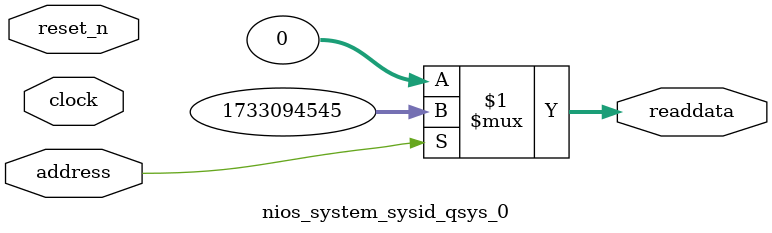
<source format=v>



// synthesis translate_off
`timescale 1ns / 1ps
// synthesis translate_on

// turn off superfluous verilog processor warnings 
// altera message_level Level1 
// altera message_off 10034 10035 10036 10037 10230 10240 10030 

module nios_system_sysid_qsys_0 (
               // inputs:
                address,
                clock,
                reset_n,

               // outputs:
                readdata
             )
;

  output  [ 31: 0] readdata;
  input            address;
  input            clock;
  input            reset_n;

  wire    [ 31: 0] readdata;
  //control_slave, which is an e_avalon_slave
  assign readdata = address ? 1733094545 : 0;

endmodule



</source>
